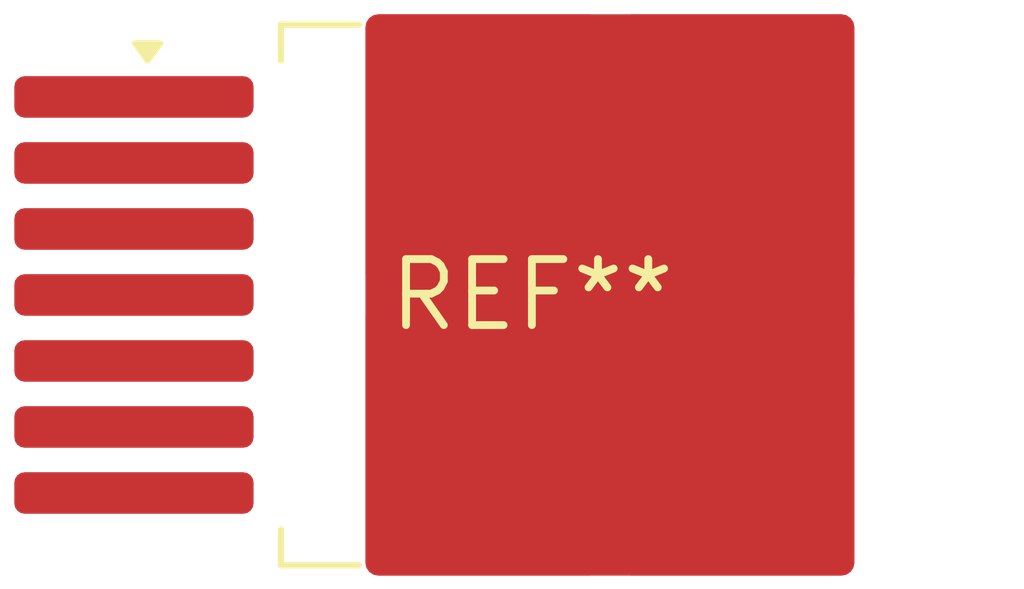
<source format=kicad_pcb>
(kicad_pcb (version 20240108) (generator pcbnew)
  (layers (0 "F.Cu" signal) (31 "B.Cu" signal) (34 "B.Paste" user) (35 "F.Paste" user) (36 "B.SilkS" user "B.Silkscreen") (37 "F.SilkS" user "F.Silkscreen") (38 "B.Mask" user) (39 "F.Mask" user) (44 "Edge.Cuts" user))
  (net 0 "")
  (footprint "TO-263-7_TabPin4" (layer "F.Cu") (at 0 0)
    (property "Reference" "REF**")
    (property "Value" "TO-263-7_TabPin4")
    (fp_line (start -4.825 -5.2) (end -4.825 -4.51) (layer "F.SilkS") (stroke (width 0.12)))
    (fp_line (start -4.825 5.2) (end -4.825 4.51) (layer "F.SilkS") (stroke (width 0.12)))
    (fp_line (start -3.325 -5.2) (end -4.825 -5.2) (layer "F.SilkS") (stroke (width 0.12)))
    (fp_line (start -3.325 5.2) (end -4.825 5.2) (layer "F.SilkS") (stroke (width 0.12)))
    (fp_poly (pts (xy -7.3875 -4.51) (xy -7.6275 -4.84) (xy -7.1475 -4.84) (xy -7.3875 -4.51)) (layer "F.SilkS") (stroke (width 0.12)) (fill solid))
    (pad "1" smd roundrect (at -7.65 -3.81) (size 4.6 0.8) (layers "F.Cu" "F.Paste" "F.Mask"))
    (pad "2" smd roundrect (at -7.65 -2.54) (size 4.6 0.8) (layers "F.Cu" "F.Paste" "F.Mask"))
    (pad "3" smd roundrect (at -7.65 -1.27) (size 4.6 0.8) (layers "F.Cu" "F.Paste" "F.Mask"))
    (pad "4" smd roundrect (at -7.65 0) (size 4.6 0.8) (layers "F.Cu" "F.Paste" "F.Mask"))
    (pad "4" smd roundrect (at -0.925 -2.775) (size 4.55 5.25) (layers "F.Cu" "F.Paste") (roundrect_rratio 0.054945))
    (pad "4" smd roundrect (at -0.925 2.775) (size 4.55 5.25) (layers "F.Cu" "F.Paste") (roundrect_rratio 0.054945))
    (pad "4" smd roundrect (at 1.5 0) (size 9.4 10.8) (layers "F.Cu" "F.Mask") (roundrect_rratio 0.026596))
    (pad "4" smd roundrect (at 3.925 -2.775) (size 4.55 5.25) (layers "F.Cu" "F.Paste") (roundrect_rratio 0.054945))
    (pad "4" smd roundrect (at 3.925 2.775) (size 4.55 5.25) (layers "F.Cu" "F.Paste") (roundrect_rratio 0.054945))
    (pad "5" smd roundrect (at -7.65 1.27) (size 4.6 0.8) (layers "F.Cu" "F.Paste" "F.Mask"))
    (pad "6" smd roundrect (at -7.65 2.54) (size 4.6 0.8) (layers "F.Cu" "F.Paste" "F.Mask"))
    (pad "7" smd roundrect (at -7.65 3.81) (size 4.6 0.8) (layers "F.Cu" "F.Paste" "F.Mask"))
  )
)
</source>
